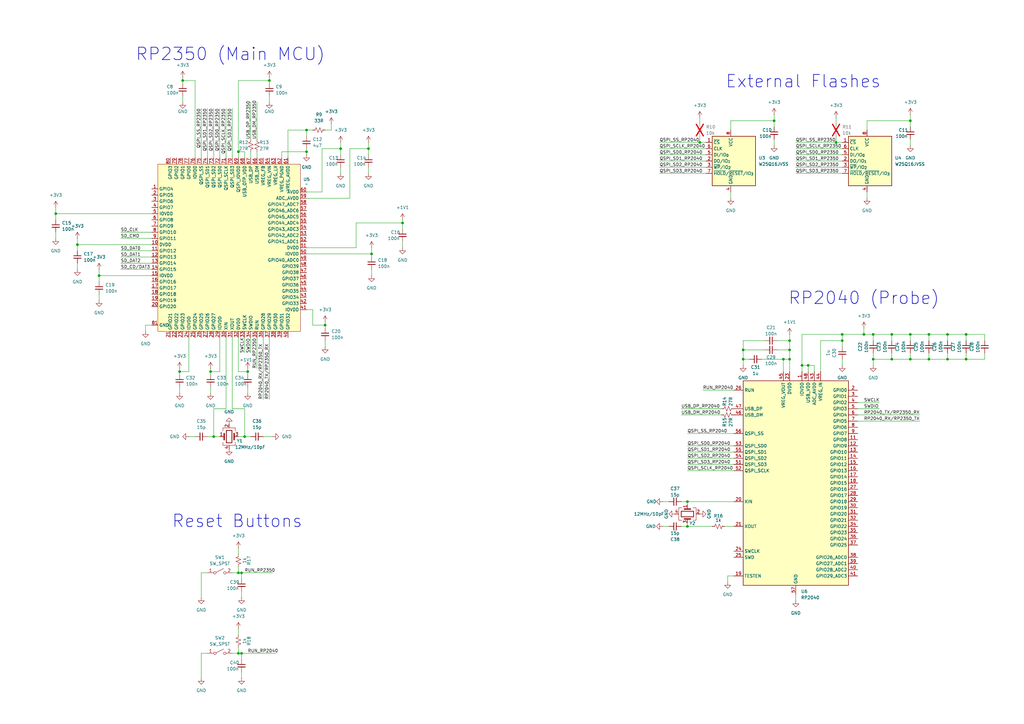
<source format=kicad_sch>
(kicad_sch (version 20250114) (generator "eeschema") (generator_version "9.0")
  (paper "A3")
  (text "External Flashes\n" (at 329.438 33.528 0) (effects (font (size 5.08 5.08) (thickness 0.254) (bold yes))))
  (text "RP2040 (Probe)\n\n" (at 354.33 126.492 0) (effects (font (size 5.08 5.08) (thickness 0.254) (bold yes))))
  (text "Reset Buttons\n" (at 97.282 213.868 0) (effects (font (size 5.08 5.08) (thickness 0.254) (bold yes))))
  (text "RP2350 (Main MCU)" (at 94.488 22.352 0) (effects (font (size 5.08 5.08) (thickness 0.254) (bold yes))))
  (junction (at 101.6 152.4))
  (junction (at 99.06 267.97))
  (junction (at 373.38 49.53))
  (junction (at 317.5 49.53))
  (junction (at 381 137.16))
  (junction (at 321.31 147.32))
  (junction (at 304.8 143.51))
  (junction (at 388.62 137.16))
  (junction (at 373.38 147.32))
  (junction (at 281.94 205.74))
  (junction (at 74.93 33.02))
  (junction (at 165.1 91.44))
  (junction (at 358.14 147.32))
  (junction (at 152.4 104.14))
  (junction (at 110.49 33.02))
  (junction (at 381 147.32))
  (junction (at 365.76 137.16))
  (junction (at 125.73 62.23))
  (junction (at 100.33 179.07))
  (junction (at 365.76 147.32))
  (junction (at 345.44 139.7))
  (junction (at 304.8 147.32))
  (junction (at 139.7 60.96))
  (junction (at 388.62 147.32))
  (junction (at 287.02 58.42))
  (junction (at 97.79 234.95))
  (junction (at 99.06 234.95))
  (junction (at 87.63 179.07))
  (junction (at 342.9 58.42))
  (junction (at 151.13 60.96))
  (junction (at 86.36 152.4))
  (junction (at 345.44 137.16))
  (junction (at 328.93 149.86))
  (junction (at 125.73 53.34))
  (junction (at 396.24 137.16))
  (junction (at 40.64 113.03))
  (junction (at 22.86 87.63))
  (junction (at 323.85 147.32))
  (junction (at 97.79 267.97))
  (junction (at 323.85 139.7))
  (junction (at 323.85 143.51))
  (junction (at 354.33 137.16))
  (junction (at 97.79 62.23))
  (junction (at 31.75 100.33))
  (junction (at 358.14 137.16))
  (junction (at 133.35 133.35))
  (junction (at 331.47 149.86))
  (junction (at 73.66 152.4))
  (junction (at 373.38 137.16))
  (junction (at 281.94 215.9))
  (junction (at 396.24 147.32))
  (wire (pts (xy 99.06 242.57) (xy 99.06 245.11)))
  (wire (pts (xy 128.27 127) (xy 125.73 127)))
  (wire (pts (xy 82.55 267.97) (xy 85.09 267.97)))
  (wire (pts (xy 133.35 139.7) (xy 133.35 142.24)))
  (wire (pts (xy 128.27 133.35) (xy 133.35 133.35)))
  (wire (pts (xy 132.08 60.96) (xy 132.08 78.74)))
  (wire (pts (xy 326.39 68.58) (xy 345.44 68.58)))
  (wire (pts (xy 345.44 139.7) (xy 345.44 142.24)))
  (wire (pts (xy 326.39 58.42) (xy 342.9 58.42)))
  (wire (pts (xy 118.11 53.34) (xy 125.73 53.34)))
  (wire (pts (xy 326.39 66.04) (xy 345.44 66.04)))
  (wire (pts (xy 345.44 137.16) (xy 345.44 139.7)))
  (wire (pts (xy 351.79 170.18) (xy 377.19 170.18)))
  (wire (pts (xy 323.85 137.16) (xy 323.85 139.7)))
  (wire (pts (xy 381 144.78) (xy 381 147.32)))
  (wire (pts (xy 328.93 152.4) (xy 328.93 149.86)))
  (wire (pts (xy 403.86 147.32) (xy 396.24 147.32)))
  (wire (pts (xy 281.94 214.63) (xy 281.94 215.9)))
  (wire (pts (xy 345.44 147.32) (xy 345.44 149.86)))
  (wire (pts (xy 403.86 137.16) (xy 396.24 137.16)))
  (wire (pts (xy 125.73 53.34) (xy 128.27 53.34)))
  (wire (pts (xy 321.31 147.32) (xy 323.85 147.32)))
  (wire (pts (xy 100.33 62.23) (xy 97.79 62.23)))
  (wire (pts (xy 115.57 62.23) (xy 125.73 62.23)))
  (wire (pts (xy 304.8 147.32) (xy 304.8 143.51)))
  (wire (pts (xy 99.06 234.95) (xy 99.06 237.49)))
  (wire (pts (xy 165.1 90.17) (xy 165.1 91.44)))
  (wire (pts (xy 132.08 60.96) (xy 139.7 60.96)))
  (wire (pts (xy 326.39 243.84) (xy 326.39 246.38)))
  (wire (pts (xy 97.79 267.97) (xy 99.06 267.97)))
  (wire (pts (xy 97.79 179.07) (xy 100.33 179.07)))
  (wire (pts (xy 135.89 53.34) (xy 135.89 50.8)))
  (wire (pts (xy 31.75 107.95) (xy 31.75 110.49)))
  (wire (pts (xy 396.24 137.16) (xy 388.62 137.16)))
  (wire (pts (xy 110.49 138.43) (xy 110.49 163.83)))
  (wire (pts (xy 298.45 236.22) (xy 300.99 236.22)))
  (wire (pts (xy 328.93 137.16) (xy 345.44 137.16)))
  (wire (pts (xy 326.39 71.12) (xy 345.44 71.12)))
  (wire (pts (xy 403.86 144.78) (xy 403.86 147.32)))
  (wire (pts (xy 82.55 267.97) (xy 82.55 278.13)))
  (wire (pts (xy 97.79 152.4) (xy 101.6 152.4)))
  (wire (pts (xy 373.38 46.99) (xy 373.38 49.53)))
  (wire (pts (xy 274.32 215.9) (xy 271.78 215.9)))
  (wire (pts (xy 99.06 267.97) (xy 113.03 267.97)))
  (wire (pts (xy 139.7 58.42) (xy 139.7 60.96)))
  (wire (pts (xy 373.38 137.16) (xy 373.38 139.7)))
  (wire (pts (xy 299.72 78.74) (xy 299.72 81.28)))
  (wire (pts (xy 97.79 62.23) (xy 97.79 64.77)))
  (wire (pts (xy 365.76 147.32) (xy 358.14 147.32)))
  (wire (pts (xy 328.93 149.86) (xy 328.93 137.16)))
  (wire (pts (xy 373.38 147.32) (xy 365.76 147.32)))
  (wire (pts (xy 152.4 101.6) (xy 152.4 104.14)))
  (wire (pts (xy 110.49 33.02) (xy 110.49 34.29)))
  (wire (pts (xy 100.33 167.64) (xy 95.25 167.64)))
  (wire (pts (xy 101.6 151.13) (xy 101.6 152.4)))
  (wire (pts (xy 323.85 139.7) (xy 323.85 143.51)))
  (wire (pts (xy 388.62 147.32) (xy 381 147.32)))
  (wire (pts (xy 351.79 165.1) (xy 360.68 165.1)))
  (wire (pts (xy 95.25 267.97) (xy 97.79 267.97)))
  (wire (pts (xy 274.32 205.74) (xy 271.78 205.74)))
  (wire (pts (xy 97.79 138.43) (xy 97.79 152.4)))
  (wire (pts (xy 270.51 68.58) (xy 289.56 68.58)))
  (wire (pts (xy 86.36 152.4) (xy 90.17 152.4)))
  (wire (pts (xy 100.33 64.77) (xy 100.33 62.23)))
  (wire (pts (xy 87.63 167.64) (xy 87.63 179.07)))
  (wire (pts (xy 146.05 101.6) (xy 125.73 101.6)))
  (wire (pts (xy 326.39 60.96) (xy 345.44 60.96)))
  (wire (pts (xy 331.47 152.4) (xy 331.47 149.86)))
  (wire (pts (xy 105.41 41.91) (xy 105.41 57.15)))
  (wire (pts (xy 321.31 152.4) (xy 321.31 147.32)))
  (wire (pts (xy 80.01 179.07) (xy 77.47 179.07)))
  (wire (pts (xy 281.94 215.9) (xy 279.4 215.9)))
  (wire (pts (xy 125.73 104.14) (xy 152.4 104.14)))
  (wire (pts (xy 358.14 147.32) (xy 358.14 149.86)))
  (wire (pts (xy 152.4 110.49) (xy 152.4 113.03)))
  (wire (pts (xy 334.01 149.86) (xy 331.47 149.86)))
  (wire (pts (xy 133.35 53.34) (xy 135.89 53.34)))
  (wire (pts (xy 365.76 137.16) (xy 365.76 139.7)))
  (wire (pts (xy 270.51 58.42) (xy 287.02 58.42)))
  (wire (pts (xy 270.51 63.5) (xy 289.56 63.5)))
  (wire (pts (xy 287.02 55.88) (xy 287.02 58.42)))
  (wire (pts (xy 381 139.7) (xy 381 137.16)))
  (wire (pts (xy 396.24 139.7) (xy 396.24 137.16)))
  (wire (pts (xy 146.05 91.44) (xy 165.1 91.44)))
  (wire (pts (xy 100.33 179.07) (xy 102.87 179.07)))
  (wire (pts (xy 102.87 138.43) (xy 102.87 144.78)))
  (wire (pts (xy 99.06 234.95) (xy 111.76 234.95)))
  (wire (pts (xy 97.79 33.02) (xy 110.49 33.02)))
  (wire (pts (xy 110.49 39.37) (xy 110.49 41.91)))
  (wire (pts (xy 125.73 60.96) (xy 125.73 62.23)))
  (wire (pts (xy 297.18 215.9) (xy 300.99 215.9)))
  (wire (pts (xy 100.33 138.43) (xy 100.33 144.78)))
  (wire (pts (xy 92.71 138.43) (xy 92.71 167.64)))
  (wire (pts (xy 102.87 62.23) (xy 102.87 64.77)))
  (wire (pts (xy 49.53 110.49) (xy 62.23 110.49)))
  (wire (pts (xy 85.09 44.45) (xy 85.09 64.77)))
  (wire (pts (xy 355.6 49.53) (xy 373.38 49.53)))
  (wire (pts (xy 133.35 132.08) (xy 133.35 133.35)))
  (wire (pts (xy 133.35 133.35) (xy 133.35 134.62)))
  (wire (pts (xy 317.5 57.15) (xy 317.5 59.69)))
  (wire (pts (xy 270.51 71.12) (xy 289.56 71.12)))
  (wire (pts (xy 87.63 179.07) (xy 90.17 179.07)))
  (wire (pts (xy 40.64 110.49) (xy 40.64 113.03)))
  (wire (pts (xy 270.51 66.04) (xy 289.56 66.04)))
  (wire (pts (xy 97.79 224.79) (xy 97.79 227.33)))
  (wire (pts (xy 118.11 64.77) (xy 118.11 53.34)))
  (wire (pts (xy 87.63 44.45) (xy 87.63 64.77)))
  (wire (pts (xy 86.36 158.75) (xy 86.36 161.29)))
  (wire (pts (xy 74.93 39.37) (xy 74.93 41.91)))
  (wire (pts (xy 281.94 205.74) (xy 281.94 207.01)))
  (wire (pts (xy 342.9 48.26) (xy 342.9 50.8)))
  (wire (pts (xy 95.25 234.95) (xy 97.79 234.95)))
  (wire (pts (xy 304.8 147.32) (xy 304.8 149.86)))
  (wire (pts (xy 152.4 104.14) (xy 152.4 105.41)))
  (wire (pts (xy 270.51 60.96) (xy 289.56 60.96)))
  (wire (pts (xy 279.4 167.64) (xy 295.91 167.64)))
  (wire (pts (xy 59.69 135.89) (xy 59.69 133.35)))
  (wire (pts (xy 281.94 193.04) (xy 300.99 193.04)))
  (wire (pts (xy 125.73 78.74) (xy 132.08 78.74)))
  (wire (pts (xy 128.27 127) (xy 128.27 133.35)))
  (wire (pts (xy 97.79 265.43) (xy 97.79 267.97)))
  (wire (pts (xy 86.36 151.13) (xy 86.36 152.4)))
  (wire (pts (xy 139.7 60.96) (xy 139.7 63.5)))
  (wire (pts (xy 97.79 234.95) (xy 99.06 234.95)))
  (wire (pts (xy 97.79 232.41) (xy 97.79 234.95)))
  (wire (pts (xy 165.1 91.44) (xy 165.1 93.98)))
  (wire (pts (xy 281.94 187.96) (xy 300.99 187.96)))
  (wire (pts (xy 151.13 58.42) (xy 151.13 60.96)))
  (wire (pts (xy 355.6 53.34) (xy 355.6 49.53)))
  (wire (pts (xy 49.53 107.95) (xy 62.23 107.95)))
  (wire (pts (xy 125.73 81.28) (xy 143.51 81.28)))
  (wire (pts (xy 110.49 31.75) (xy 110.49 33.02)))
  (wire (pts (xy 165.1 99.06) (xy 165.1 101.6)))
  (wire (pts (xy 281.94 182.88) (xy 300.99 182.88)))
  (wire (pts (xy 101.6 152.4) (xy 101.6 153.67)))
  (wire (pts (xy 31.75 100.33) (xy 62.23 100.33)))
  (wire (pts (xy 97.79 257.81) (xy 97.79 260.35)))
  (wire (pts (xy 31.75 100.33) (xy 31.75 102.87)))
  (wire (pts (xy 82.55 44.45) (xy 82.55 64.77)))
  (wire (pts (xy 336.55 139.7) (xy 345.44 139.7)))
  (wire (pts (xy 139.7 68.58) (xy 139.7 71.12)))
  (wire (pts (xy 318.77 139.7) (xy 323.85 139.7)))
  (wire (pts (xy 73.66 151.13) (xy 73.66 152.4)))
  (wire (pts (xy 82.55 234.95) (xy 82.55 245.11)))
  (wire (pts (xy 40.64 120.65) (xy 40.64 123.19)))
  (wire (pts (xy 99.06 267.97) (xy 99.06 270.51)))
  (wire (pts (xy 22.86 95.25) (xy 22.86 97.79)))
  (wire (pts (xy 358.14 144.78) (xy 358.14 147.32)))
  (wire (pts (xy 304.8 143.51) (xy 313.69 143.51)))
  (wire (pts (xy 80.01 33.02) (xy 80.01 64.77)))
  (wire (pts (xy 40.64 115.57) (xy 40.64 113.03)))
  (wire (pts (xy 95.25 44.45) (xy 95.25 64.77)))
  (wire (pts (xy 87.63 179.07) (xy 85.09 179.07)))
  (wire (pts (xy 77.47 138.43) (xy 77.47 152.4)))
  (wire (pts (xy 74.93 31.75) (xy 74.93 33.02)))
  (wire (pts (xy 99.06 275.59) (xy 99.06 278.13)))
  (wire (pts (xy 304.8 147.32) (xy 307.34 147.32)))
  (wire (pts (xy 388.62 139.7) (xy 388.62 137.16)))
  (wire (pts (xy 358.14 139.7) (xy 358.14 137.16)))
  (wire (pts (xy 49.53 102.87) (xy 62.23 102.87)))
  (wire (pts (xy 85.09 234.95) (xy 82.55 234.95)))
  (wire (pts (xy 281.94 177.8) (xy 300.99 177.8)))
  (wire (pts (xy 342.9 58.42) (xy 345.44 58.42)))
  (wire (pts (xy 90.17 138.43) (xy 90.17 152.4)))
  (wire (pts (xy 281.94 205.74) (xy 279.4 205.74)))
  (wire (pts (xy 151.13 68.58) (xy 151.13 71.12)))
  (wire (pts (xy 74.93 33.02) (xy 74.93 34.29)))
  (wire (pts (xy 298.45 236.22) (xy 298.45 238.76)))
  (wire (pts (xy 354.33 137.16) (xy 358.14 137.16)))
  (wire (pts (xy 336.55 152.4) (xy 336.55 139.7)))
  (wire (pts (xy 388.62 144.78) (xy 388.62 147.32)))
  (wire (pts (xy 73.66 158.75) (xy 73.66 161.29)))
  (wire (pts (xy 105.41 62.23) (xy 105.41 64.77)))
  (wire (pts (xy 107.95 179.07) (xy 111.76 179.07)))
  (wire (pts (xy 299.72 49.53) (xy 317.5 49.53)))
  (wire (pts (xy 143.51 60.96) (xy 151.13 60.96)))
  (wire (pts (xy 304.8 139.7) (xy 304.8 143.51)))
  (wire (pts (xy 22.86 85.09) (xy 22.86 87.63)))
  (wire (pts (xy 49.53 95.25) (xy 62.23 95.25)))
  (wire (pts (xy 313.69 139.7) (xy 304.8 139.7)))
  (wire (pts (xy 95.25 167.64) (xy 95.25 138.43)))
  (wire (pts (xy 328.93 149.86) (xy 331.47 149.86)))
  (wire (pts (xy 317.5 46.99) (xy 317.5 49.53)))
  (wire (pts (xy 73.66 153.67) (xy 73.66 152.4)))
  (wire (pts (xy 326.39 63.5) (xy 345.44 63.5)))
  (wire (pts (xy 125.73 62.23) (xy 125.73 63.5)))
  (wire (pts (xy 49.53 105.41) (xy 62.23 105.41)))
  (wire (pts (xy 40.64 113.03) (xy 62.23 113.03)))
  (wire (pts (xy 317.5 49.53) (xy 317.5 52.07)))
  (wire (pts (xy 105.41 138.43) (xy 105.41 151.13)))
  (wire (pts (xy 318.77 143.51) (xy 323.85 143.51)))
  (wire (pts (xy 281.94 215.9) (xy 292.1 215.9)))
  (wire (pts (xy 100.33 179.07) (xy 100.33 167.64)))
  (wire (pts (xy 358.14 137.16) (xy 365.76 137.16)))
  (wire (pts (xy 92.71 44.45) (xy 92.71 64.77)))
  (wire (pts (xy 354.33 134.62) (xy 354.33 137.16)))
  (wire (pts (xy 92.71 167.64) (xy 87.63 167.64)))
  (wire (pts (xy 107.95 138.43) (xy 107.95 163.83)))
  (wire (pts (xy 365.76 137.16) (xy 373.38 137.16)))
  (wire (pts (xy 351.79 172.72) (xy 377.19 172.72)))
  (wire (pts (xy 403.86 139.7) (xy 403.86 137.16)))
  (wire (pts (xy 334.01 152.4) (xy 334.01 149.86)))
  (wire (pts (xy 396.24 144.78) (xy 396.24 147.32)))
  (wire (pts (xy 146.05 91.44) (xy 146.05 101.6)))
  (wire (pts (xy 73.66 152.4) (xy 77.47 152.4)))
  (wire (pts (xy 102.87 41.91) (xy 102.87 57.15)))
  (wire (pts (xy 373.38 49.53) (xy 373.38 52.07)))
  (wire (pts (xy 345.44 137.16) (xy 354.33 137.16)))
  (wire (pts (xy 388.62 137.16) (xy 381 137.16)))
  (wire (pts (xy 288.29 160.02) (xy 300.99 160.02)))
  (wire (pts (xy 97.79 62.23) (xy 97.79 33.02)))
  (wire (pts (xy 279.4 170.18) (xy 295.91 170.18)))
  (wire (pts (xy 125.73 55.88) (xy 125.73 53.34)))
  (wire (pts (xy 342.9 55.88) (xy 342.9 58.42)))
  (wire (pts (xy 143.51 81.28) (xy 143.51 60.96)))
  (wire (pts (xy 381 147.32) (xy 373.38 147.32)))
  (wire (pts (xy 381 137.16) (xy 373.38 137.16)))
  (wire (pts (xy 351.79 167.64) (xy 360.68 167.64)))
  (wire (pts (xy 299.72 53.34) (xy 299.72 49.53)))
  (wire (pts (xy 373.38 144.78) (xy 373.38 147.32)))
  (wire (pts (xy 31.75 97.79) (xy 31.75 100.33)))
  (wire (pts (xy 281.94 190.5) (xy 300.99 190.5)))
  (wire (pts (xy 86.36 152.4) (xy 86.36 153.67)))
  (wire (pts (xy 22.86 87.63) (xy 62.23 87.63)))
  (wire (pts (xy 22.86 87.63) (xy 22.86 90.17)))
  (wire (pts (xy 355.6 78.74) (xy 355.6 81.28)))
  (wire (pts (xy 281.94 185.42) (xy 300.99 185.42)))
  (wire (pts (xy 59.69 133.35) (xy 62.23 133.35)))
  (wire (pts (xy 312.42 147.32) (xy 321.31 147.32)))
  (wire (pts (xy 323.85 152.4) (xy 323.85 147.32)))
  (wire (pts (xy 323.85 147.32) (xy 323.85 143.51)))
  (wire (pts (xy 287.02 58.42) (xy 289.56 58.42)))
  (wire (pts (xy 373.38 57.15) (xy 373.38 59.69)))
  (wire (pts (xy 74.93 33.02) (xy 80.01 33.02)))
  (wire (pts (xy 101.6 158.75) (xy 101.6 161.29)))
  (wire (pts (xy 396.24 147.32) (xy 388.62 147.32)))
  (wire (pts (xy 281.94 205.74) (xy 300.99 205.74)))
  (wire (pts (xy 151.13 60.96) (xy 151.13 63.5)))
  (wire (pts (xy 365.76 144.78) (xy 365.76 147.32)))
  (wire (pts (xy 49.53 97.79) (xy 62.23 97.79)))
  (wire (pts (xy 287.02 48.26) (xy 287.02 50.8)))
  (wire (pts (xy 115.57 64.77) (xy 115.57 62.23)))
  (wire (pts (xy 90.17 44.45) (xy 90.17 64.77)))
  (label "RP2040_TX{slash}RP2350_RX" (at 354.33 170.18 0))
  (label "SD_CMD" (at 49.53 97.79 0))
  (label "QSPI_SD3_RP2040" (at 281.94 190.5 0))
  (label "RUN_RP2040" (at 101.6 267.97 0))
  (label "SD_DAT1" (at 49.53 105.41 0))
  (label "QSPI_SCLK_RP2350" (at 326.39 60.96 0))
  (label "QSPI_SD2_RP2350" (at 326.39 68.58 0))
  (label "QSPI_SD3_RP2350" (at 95.25 44.45 270))
  (label "QSPI_SD1_RP2040" (at 270.51 66.04 0))
  (label "RP2040_RX{slash}RP2350_TX" (at 107.95 163.83 90))
  (label "QSPI_SD2_RP2040" (at 270.51 68.58 0))
  (label "QSPI_SCLK_RP2350" (at 92.71 44.45 270))
  (label "RUN_RP2350" (at 100.33 234.95 0))
  (label "SD_DAT0" (at 49.53 102.87 0))
  (label "QSPI_SD3_RP2040" (at 270.51 71.12 0))
  (label "RUN_RP2350" (at 105.41 151.13 90))
  (label "QSPI_SD1_RP2350" (at 85.09 44.45 270))
  (label "QSPI_SD1_RP2040" (at 281.94 185.42 0))
  (label "QSPI_SS_RP2040" (at 281.94 177.8 0))
  (label "SWDIO" (at 102.87 144.78 90))
  (label "USB_DM_RP2350" (at 105.41 57.15 90))
  (label "QSPI_SD0_RP2350" (at 326.39 63.5 0))
  (label "RP2040_RX{slash}RP2350_TX" (at 354.33 172.72 0))
  (label "RP2040_TX{slash}RP2350_RX" (at 110.49 163.83 90))
  (label "QSPI_SS_RP2350" (at 82.55 44.45 270))
  (label "RUN_RP2040" (at 288.29 160.02 0))
  (label "QSPI_SS_RP2350" (at 326.39 58.42 0))
  (label "SWDIO" (at 354.33 167.64 0))
  (label "SWCLK" (at 100.33 144.78 90))
  (label "USB_DM_RP2040" (at 279.4193 170.18 0))
  (label "QSPI_SCLK_RP2040" (at 281.94 193.04 0))
  (label "SD_DAT2" (at 49.53 107.95 0))
  (label "QSPI_SD0_RP2350" (at 90.17 44.45 270))
  (label "USB_DP_RP2040" (at 279.4 167.64 0))
  (label "SD_CLK" (at 49.53 95.25 0))
  (label "USB_DP_RP2350" (at 102.87 57.15 90))
  (label "SWCLK" (at 354.33 165.1 0))
  (label "QSPI_SD1_RP2350" (at 326.39 66.04 0))
  (label "QSPI_SD0_RP2040" (at 281.94 182.88 0))
  (label "QSPI_SD2_RP2040" (at 281.94 187.96 0))
  (label "QSPI_SD0_RP2040" (at 270.51 63.5 0))
  (label "QSPI_SD2_RP2350" (at 87.63 44.45 270))
  (label "QSPI_SS_RP2040" (at 270.51 58.42 0))
  (label "QSPI_SD3_RP2350" (at 326.39 71.12 0))
  (label "QSPI_SCLK_RP2040" (at 270.51 60.96 0))
  (label "SD_CD{slash}DAT3" (at 49.53 110.49 0))
  (symbol (lib_id "Device:C_Small") (at 358.14 142.24 0) (unit 1)
    (property "Reference" "C22" (at 352.806 142.24 90))
    (property "Value" "100n" (at 355.346 142.24 90))
    (property "Footprint" "Capacitor_SMD:C_0402_1005Metric" (effects (hide yes)))
    (property "Datasheet" "https://www.digikey.com.br/en/products/detail/samsung-electro-mechanics/CL05B104KA5NNNC/5961204" (effects (hide yes)))
    (property "Description" "Unpolarized capacitor, small symbol" (effects (hide yes)))
    (property "MPN" "CL05B104KA5NNNC" (effects (hide yes)))
  )
  (symbol (lib_id "Device:C_Small") (at 110.49 36.83 0) (unit 1)
    (property "Reference" "C9" (at 113.03 35.5662 0) (effects (justify left)))
    (property "Value" "100n" (at 113.03 38.1062 0) (effects (justify left)))
    (property "Footprint" "Capacitor_SMD:C_0402_1005Metric" (effects (hide yes)))
    (property "Datasheet" "https://www.digikey.com.br/en/products/detail/samsung-electro-mechanics/CL05B104KA5NNNC/5961204" (effects (hide yes)))
    (property "Description" "Unpolarized capacitor, small symbol" (effects (hide yes)))
    (property "MPN" "CL05B104KA5NNNC" (effects (hide yes)))
  )
  (symbol (lib_id "microcontroller:RP2350B") (at 93.98 101.6 0) (unit 1)
    (property "Reference" "U5" (at 125.73 73.5898 0))
    (property "Value" "~" (at 125.73 75.4949 0))
    (property "MPN" "SC1510" (effects (hide yes)))
  )
  (symbol (lib_id "power:+3V3") (at 323.85 137.16 0) (unit 1)
    (property "Reference" "#PWR060" (effects (hide yes)))
    (property "Value" "+1V1" (at 323.85 132.08 0))
    (property "Description" "Power symbol creates a global label with name \"+3V3\"" (effects (hide yes)))
  )
  (symbol (lib_id "Device:C_Small") (at 381 142.24 0) (unit 1)
    (property "Reference" "C25" (at 375.666 142.24 90))
    (property "Value" "100n" (at 378.206 142.24 90))
    (property "Footprint" "Capacitor_SMD:C_0402_1005Metric" (effects (hide yes)))
    (property "Datasheet" "https://www.digikey.com.br/en/products/detail/samsung-electro-mechanics/CL05B104KA5NNNC/5961204" (effects (hide yes)))
    (property "Description" "Unpolarized capacitor, small symbol" (effects (hide yes)))
    (property "MPN" "CL05B104KA5NNNC" (effects (hide yes)))
  )
  (symbol (lib_id "Switch:SW_SPST") (at 90.17 267.97 0) (unit 1)
    (property "Reference" "SW2" (at 90.17 261.62 0))
    (property "Value" "SW_SPST" (at 90.17 264.16 0))
    (property "Datasheet" "https://www.digikey.com.br/en/products/detail/c-k/PTS636SM43SMTR-LFS/10071723?s=N4IgTCBcDaIAoBUDKA2AzCpBZALG7CASgAQAyAYkiALoC%2BQA" (effects (hide yes)))
    (property "Description" "Single Pole Single Throw (SPST) switch" (effects (hide yes)))
    (property "MPN" "PTS636SM43SMTR LFS" (effects (hide yes)))
  )
  (symbol (lib_id "Device:C_Small") (at 151.13 66.04 0) (unit 1)
    (property "Reference" "C14" (at 146.304 64.77 0) (effects (justify left)))
    (property "Value" "100n" (at 145.034 67.31 0) (effects (justify left)))
    (property "Footprint" "Capacitor_SMD:C_0402_1005Metric" (effects (hide yes)))
    (property "Datasheet" "https://www.digikey.com.br/en/products/detail/samsung-electro-mechanics/CL05B104KA5NNNC/5961204" (effects (hide yes)))
    (property "Description" "Unpolarized capacitor, small symbol" (effects (hide yes)))
    (property "MPN" "CL05B104KA5NNNC" (effects (hide yes)))
  )
  (symbol (lib_id "power:+3V3") (at 133.35 132.08 0) (unit 1)
    (property "Reference" "#PWR057" (effects (hide yes)))
    (property "Value" "+3V3" (at 133.35 127 0))
    (property "Description" "Power symbol creates a global label with name \"+3V3\"" (effects (hide yes)))
  )
  (symbol (lib_id "power:GND") (at 276.86 210.82 270) (unit 1)
    (property "Reference" "#PWR076" (effects (hide yes)))
    (property "Value" "GND" (at 273.304 210.82 0))
    (property "Description" "Power symbol creates a global label with name \"GND\" , ground" (effects (hide yes)))
  )
  (symbol (lib_id "power:GND") (at 82.55 278.13 0) (unit 1)
    (property "Reference" "#PWR085" (effects (hide yes)))
    (property "Value" "GND" (at 82.55 283.21 0))
    (property "Description" "Power symbol creates a global label with name \"GND\" , ground" (effects (hide yes)))
  )
  (symbol (lib_id "Device:C_Small") (at 101.6 156.21 0) (unit 1)
    (property "Reference" "C34" (at 96.266 154.94 0) (effects (justify left)))
    (property "Value" "100n" (at 96.266 157.48 0) (effects (justify left)))
    (property "Footprint" "Capacitor_SMD:C_0402_1005Metric" (effects (hide yes)))
    (property "Datasheet" "https://www.digikey.com.br/en/products/detail/samsung-electro-mechanics/CL05B104KA5NNNC/5961204" (effects (hide yes)))
    (property "Description" "Unpolarized capacitor, small symbol" (effects (hide yes)))
    (property "MPN" "CL05B104KA5NNNC" (effects (hide yes)))
  )
  (symbol (lib_id "power:GND") (at 304.8 149.86 0) (unit 1)
    (property "Reference" "#PWR062" (effects (hide yes)))
    (property "Value" "GND" (at 304.8 154.94 0))
    (property "Description" "Power symbol creates a global label with name \"GND\" , ground" (effects (hide yes)))
  )
  (symbol (lib_id "Device:R_Small_US") (at 97.79 262.89 0) (mirror x) (unit 1)
    (property "Reference" "R18" (at 102.108 262.89 90))
    (property "Value" "1k" (at 100.33 262.89 90))
    (property "Footprint" "Resistor_SMD:R_0402_1005Metric" (effects (hide yes)))
    (property "Datasheet" "https://www.digikey.com.br/en/products/detail/yageo/RC0402JR-071KL/726408" (effects (hide yes)))
    (property "Description" "Resistor, small US symbol" (effects (hide yes)))
    (property "MPN" "RC0402JR-071KL" (effects (hide yes)))
  )
  (symbol (lib_id "power:GND") (at 93.98 173.99 180) (unit 1)
    (property "Reference" "#PWR071" (effects (hide yes)))
    (property "Value" "GND" (at 93.98 168.91 0))
    (property "Description" "Power symbol creates a global label with name \"GND\" , ground" (effects (hide yes)))
  )
  (symbol (lib_id "power:+3V3") (at 74.93 31.75 0) (unit 1)
    (property "Reference" "#PWR029" (effects (hide yes)))
    (property "Value" "+3V3" (at 74.93 26.67 0))
    (property "Description" "Power symbol creates a global label with name \"+3V3\"" (effects (hide yes)))
  )
  (symbol (lib_id "power:GND") (at 73.66 161.29 0) (unit 1)
    (property "Reference" "#PWR068" (effects (hide yes)))
    (property "Value" "GND" (at 73.66 166.37 0))
    (property "Description" "Power symbol creates a global label with name \"GND\" , ground" (effects (hide yes)))
  )
  (symbol (lib_id "Device:C_Small") (at 152.4 107.95 0) (unit 1)
    (property "Reference" "C18" (at 154.94 106.6862 0) (effects (justify left)))
    (property "Value" "100n" (at 154.94 109.2262 0) (effects (justify left)))
    (property "Footprint" "Capacitor_SMD:C_0402_1005Metric" (effects (hide yes)))
    (property "Datasheet" "https://www.digikey.com.br/en/products/detail/samsung-electro-mechanics/CL05B104KA5NNNC/5961204" (effects (hide yes)))
    (property "Description" "Unpolarized capacitor, small symbol" (effects (hide yes)))
    (property "MPN" "CL05B104KA5NNNC" (effects (hide yes)))
  )
  (symbol (lib_id "power:+3V3") (at 151.13 58.42 0) (unit 1)
    (property "Reference" "#PWR039" (effects (hide yes)))
    (property "Value" "+3V3" (at 151.13 53.34 0))
    (property "Description" "Power symbol creates a global label with name \"+3V3\"" (effects (hide yes)))
  )
  (symbol (lib_id "Device:C_Small") (at 73.66 156.21 0) (unit 1)
    (property "Reference" "C32" (at 76.2 154.9462 0) (effects (justify left)))
    (property "Value" "100n" (at 76.2 157.4862 0) (effects (justify left)))
    (property "Footprint" "Capacitor_SMD:C_0402_1005Metric" (effects (hide yes)))
    (property "Datasheet" "https://www.digikey.com.br/en/products/detail/samsung-electro-mechanics/CL05B104KA5NNNC/5961204" (effects (hide yes)))
    (property "Description" "Unpolarized capacitor, small symbol" (effects (hide yes)))
    (property "MPN" "CL05B104KA5NNNC" (effects (hide yes)))
  )
  (symbol (lib_id "Device:R_Small_US") (at 298.45 167.64 90) (unit 1)
    (property "Reference" "R14" (at 297.18 166.624 0) (effects (justify left)))
    (property "Value" "27R" (at 299.72 166.624 0) (effects (justify left)))
    (property "Footprint" "Resistor_SMD:R_0402_1005Metric" (effects (hide yes)))
    (property "Datasheet" "https://www.digikey.com.br/en/products/detail/yageo/RC0402JR-0727RL/726450" (effects (hide yes)))
    (property "Description" "Resistor, small US symbol" (effects (hide yes)))
  )
  (symbol (lib_id "Device:C_Small") (at 316.23 143.51 270) (unit 1)
    (property "Reference" "C29" (at 316.23 146.558 90))
    (property "Value" "100n" (at 316.23 149.098 90))
    (property "Footprint" "Capacitor_SMD:C_0402_1005Metric" (effects (hide yes)))
    (property "Datasheet" "https://www.digikey.com.br/en/products/detail/samsung-electro-mechanics/CL05B104KA5NNNC/5961204" (effects (hide yes)))
    (property "Description" "Unpolarized capacitor, small symbol" (effects (hide yes)))
    (property "MPN" "CL05B104KA5NNNC" (effects (hide yes)))
  )
  (symbol (lib_id "Device:R_Small_US") (at 105.41 59.69 0) (unit 1)
    (property "Reference" "R13" (at 106.426 58.42 0) (effects (justify left)))
    (property "Value" "27R" (at 106.426 60.96 0) (effects (justify left)))
    (property "Footprint" "Resistor_SMD:R_0402_1005Metric" (effects (hide yes)))
    (property "Datasheet" "https://www.digikey.com.br/en/products/detail/yageo/RC0402JR-0727RL/726450" (effects (hide yes)))
    (property "Description" "Resistor, small US symbol" (effects (hide yes)))
  )
  (symbol (lib_id "power:GND") (at 101.6 161.29 0) (unit 1)
    (property "Reference" "#PWR070" (effects (hide yes)))
    (property "Value" "GND" (at 101.6 166.37 0))
    (property "Description" "Power symbol creates a global label with name \"GND\" , ground" (effects (hide yes)))
  )
  (symbol (lib_id "Device:C_Small") (at 388.62 142.24 0) (unit 1)
    (property "Reference" "C26" (at 383.286 142.24 90))
    (property "Value" "100n" (at 385.826 142.24 90))
    (property "Footprint" "Capacitor_SMD:C_0402_1005Metric" (effects (hide yes)))
    (property "Datasheet" "https://www.digikey.com.br/en/products/detail/samsung-electro-mechanics/CL05B104KA5NNNC/5961204" (effects (hide yes)))
    (property "Description" "Unpolarized capacitor, small symbol" (effects (hide yes)))
    (property "MPN" "CL05B104KA5NNNC" (effects (hide yes)))
  )
  (symbol (lib_id "Device:Crystal_GND24") (at 281.94 210.82 270) (unit 1)
    (property "Reference" "Y2" (at 283.972 214.63 90))
    (property "Value" "12MHz/10pF" (at 266.192 210.82 90))
    (property "Datasheet" "https://www.digikey.com.br/en/products/detail/abracon-llc/ABM8-272-T3/22472366" (effects (hide yes)))
    (property "Description" "Four pin crystal, GND on pins 2 and 4" (effects (hide yes)))
    (property "MPN" "ABM8-272-T3" (effects (hide yes)))
  )
  (symbol (lib_id "Device:C_Small") (at 373.38 142.24 0) (unit 1)
    (property "Reference" "C24" (at 368.046 142.24 90))
    (property "Value" "100n" (at 370.586 142.24 90))
    (property "Footprint" "Capacitor_SMD:C_0402_1005Metric" (effects (hide yes)))
    (property "Datasheet" "https://www.digikey.com.br/en/products/detail/samsung-electro-mechanics/CL05B104KA5NNNC/5961204" (effects (hide yes)))
    (property "Description" "Unpolarized capacitor, small symbol" (effects (hide yes)))
    (property "MPN" "CL05B104KA5NNNC" (effects (hide yes)))
  )
  (symbol (lib_id "Device:C_Small") (at 31.75 105.41 0) (unit 1)
    (property "Reference" "C17" (at 34.29 104.1462 0) (effects (justify left)))
    (property "Value" "100n" (at 34.29 106.6862 0) (effects (justify left)))
    (property "Footprint" "Capacitor_SMD:C_0402_1005Metric" (effects (hide yes)))
    (property "Datasheet" "https://www.digikey.com.br/en/products/detail/samsung-electro-mechanics/CL05B104KA5NNNC/5961204" (effects (hide yes)))
    (property "Description" "Unpolarized capacitor, small symbol" (effects (hide yes)))
    (property "MPN" "CL05B104KA5NNNC" (effects (hide yes)))
  )
  (symbol (lib_id "power:GND") (at 271.78 205.74 270) (mirror x) (unit 1)
    (property "Reference" "#PWR075" (effects (hide yes)))
    (property "Value" "GND" (at 269.24 205.74 90) (effects (justify right)))
    (property "Description" "Power symbol creates a global label with name \"GND\" , ground" (effects (hide yes)))
  )
  (symbol (lib_id "power:GND") (at 125.73 63.5 0) (unit 1)
    (property "Reference" "#PWR042" (effects (hide yes)))
    (property "Value" "GND" (at 125.73 68.58 0))
    (property "Description" "Power symbol creates a global label with name \"GND\" , ground" (effects (hide yes)))
  )
  (symbol (lib_id "Device:C_Small") (at 396.24 142.24 0) (unit 1)
    (property "Reference" "C27" (at 390.906 142.24 90))
    (property "Value" "100n" (at 393.446 142.24 90))
    (property "Footprint" "Capacitor_SMD:C_0402_1005Metric" (effects (hide yes)))
    (property "Datasheet" "https://www.digikey.com.br/en/products/detail/samsung-electro-mechanics/CL05B104KA5NNNC/5961204" (effects (hide yes)))
    (property "Description" "Unpolarized capacitor, small symbol" (effects (hide yes)))
    (property "MPN" "CL05B104KA5NNNC" (effects (hide yes)))
  )
  (symbol (lib_id "power:GND") (at 111.76 179.07 90) (unit 1)
    (property "Reference" "#PWR073" (effects (hide yes)))
    (property "Value" "GND" (at 115.57 179.0699 90) (effects (justify right)))
    (property "Description" "Power symbol creates a global label with name \"GND\" , ground" (effects (hide yes)))
  )
  (symbol (lib_id "Memory_Flash:W25Q16JVSS") (at 355.6 66.04 0) (unit 1)
    (property "Reference" "U4" (at 367.03 64.7699 0) (effects (justify left)))
    (property "Value" "W25Q16JVSS" (at 367.03 67.3099 0) (effects (justify left)))
    (property "Footprint" "Package_SO:SOIC-8_5.3x5.3mm_P1.27mm" (effects (hide yes)))
    (property "Datasheet" "https://www.digikey.com.br/en/products/detail/winbond-electronics/W25Q16JVSSIQ/6193769" (effects (hide yes)))
    (property "Description" "16Mbit / 2MiB Serial Flash Memory, Standard/Dual/Quad SPI, 2.7-3.6V, SOIC-8 (208 mil)" (effects (hide yes)))
    (property "MPN" "W25Q16JVSSIQ" (effects (hide yes)))
  )
  (symbol (lib_id "Device:C_Small") (at 309.88 147.32 90) (unit 1)
    (property "Reference" "C31" (at 309.88 150.622 90))
    (property "Value" "1u" (at 309.88 153.162 90))
    (property "Footprint" "Capacitor_SMD:C_0402_1005Metric" (effects (hide yes)))
    (property "Datasheet" "https://www.digikey.com.br/en/products/detail/samsung-electro-mechanics/CL05A105KO5NNNC/3886725" (effects (hide yes)))
    (property "Description" "Unpolarized capacitor, small symbol" (effects (hide yes)))
    (property "MPN" "CL05A105KO5NNNC" (effects (hide yes)))
  )
  (symbol (lib_id "power:+3V3") (at 110.49 31.75 0) (unit 1)
    (property "Reference" "#PWR030" (effects (hide yes)))
    (property "Value" "+3V3" (at 110.49 26.67 0))
    (property "Description" "Power symbol creates a global label with name \"+3V3\"" (effects (hide yes)))
  )
  (symbol (lib_id "power:GND") (at 40.64 123.19 0) (unit 1)
    (property "Reference" "#PWR056" (effects (hide yes)))
    (property "Value" "GND" (at 40.64 128.27 0))
    (property "Description" "Power symbol creates a global label with name \"GND\" , ground" (effects (hide yes)))
  )
  (symbol (lib_id "power:GND") (at 373.38 59.69 0) (unit 1)
    (property "Reference" "#PWR041" (effects (hide yes)))
    (property "Value" "GND" (at 373.38 64.77 0))
    (property "Description" "Power symbol creates a global label with name \"GND\" , ground" (effects (hide yes)))
  )
  (symbol (lib_id "Device:C_Small") (at 316.23 139.7 270) (unit 1)
    (property "Reference" "C21" (at 316.23 134.366 90))
    (property "Value" "100n" (at 316.23 136.906 90))
    (property "Footprint" "Capacitor_SMD:C_0402_1005Metric" (effects (hide yes)))
    (property "Datasheet" "https://www.digikey.com.br/en/products/detail/samsung-electro-mechanics/CL05B104KA5NNNC/5961204" (effects (hide yes)))
    (property "Description" "Unpolarized capacitor, small symbol" (effects (hide yes)))
    (property "MPN" "CL05B104KA5NNNC" (effects (hide yes)))
  )
  (symbol (lib_id "power:+3V3") (at 73.66 151.13 0) (unit 1)
    (property "Reference" "#PWR065" (effects (hide yes)))
    (property "Value" "+3V3" (at 73.66 146.05 0))
    (property "Description" "Power symbol creates a global label with name \"+3V3\"" (effects (hide yes)))
  )
  (symbol (lib_id "power:+3V3") (at 165.1 90.17 0) (unit 1)
    (property "Reference" "#PWR048" (effects (hide yes)))
    (property "Value" "+1V1" (at 165.1 85.09 0))
    (property "Description" "Power symbol creates a global label with name \"+3V3\"" (effects (hide yes)))
  )
  (symbol (lib_id "Device:C_Small") (at 317.5 54.61 0) (unit 1)
    (property "Reference" "C10" (at 312.674 53.34 0) (effects (justify left)))
    (property "Value" "100n" (at 311.404 55.88 0) (effects (justify left)))
    (property "Footprint" "Capacitor_SMD:C_0402_1005Metric" (effects (hide yes)))
    (property "Datasheet" "https://www.digikey.com.br/en/products/detail/samsung-electro-mechanics/CL05B104KA5NNNC/5961204" (effects (hide yes)))
    (property "Description" "Unpolarized capacitor, small symbol" (effects (hide yes)))
    (property "MPN" "CL05B104KA5NNNC" (effects (hide yes)))
  )
  (symbol (lib_id "power:GND") (at 299.72 81.28 0) (unit 1)
    (property "Reference" "#PWR045" (effects (hide yes)))
    (property "Value" "GND" (at 299.72 86.36 0))
    (property "Description" "Power symbol creates a global label with name \"GND\" , ground" (effects (hide yes)))
  )
  (symbol (lib_id "power:GND") (at 86.36 161.29 0) (unit 1)
    (property "Reference" "#PWR069" (effects (hide yes)))
    (property "Value" "GND" (at 86.36 166.37 0))
    (property "Description" "Power symbol creates a global label with name \"GND\" , ground" (effects (hide yes)))
  )
  (symbol (lib_id "power:GND") (at 99.06 245.11 0) (unit 1)
    (property "Reference" "#PWR082" (effects (hide yes)))
    (property "Value" "GND" (at 99.06 250.19 0))
    (property "Description" "Power symbol creates a global label with name \"GND\" , ground" (effects (hide yes)))
  )
  (symbol (lib_id "power:+3V3") (at 101.6 151.13 0) (unit 1)
    (property "Reference" "#PWR067" (effects (hide yes)))
    (property "Value" "+1V1" (at 100.838 147.574 0))
    (property "Description" "Power symbol creates a global label with name \"+3V3\"" (effects (hide yes)))
  )
  (symbol (lib_id "power:GND") (at 31.75 110.49 0) (unit 1)
    (property "Reference" "#PWR053" (effects (hide yes)))
    (property "Value" "GND" (at 31.75 115.57 0))
    (property "Description" "Power symbol creates a global label with name \"GND\" , ground" (effects (hide yes)))
  )
  (symbol (lib_id "Device:C_Small") (at 276.86 215.9 270) (unit 1)
    (property "Reference" "C38" (at 276.86 221.234 90))
    (property "Value" "15p" (at 276.86 218.694 90))
    (property "Footprint" "Capacitor_SMD:C_0402_1005Metric" (effects (hide yes)))
    (property "Datasheet" "https://www.digikey.com.br/en/products/detail/murata-electronics/GCM1555C1H150JA16D/4903554" (effects (hide yes)))
    (property "Description" "Unpolarized capacitor, small symbol" (effects (hide yes)))
    (property "MPN" "GCM1555C1H150JA16D" (effects (hide yes)))
  )
  (symbol (lib_id "power:GND") (at 355.6 81.28 0) (unit 1)
    (property "Reference" "#PWR046" (effects (hide yes)))
    (property "Value" "GND" (at 355.6 86.36 0))
    (property "Description" "Power symbol creates a global label with name \"GND\" , ground" (effects (hide yes)))
  )
  (symbol (lib_id "power:+3V3") (at 152.4 101.6 0) (unit 1)
    (property "Reference" "#PWR051" (effects (hide yes)))
    (property "Value" "+3V3" (at 152.4 96.52 0))
    (property "Description" "Power symbol creates a global label with name \"+3V3\"" (effects (hide yes)))
  )
  (symbol (lib_id "power:+3V3") (at 317.5 46.99 0) (unit 1)
    (property "Reference" "#PWR033" (effects (hide yes)))
    (property "Value" "+3V3" (at 317.5 41.91 0))
    (property "Description" "Power symbol creates a global label with name \"+3V3\"" (effects (hide yes)))
  )
  (symbol (lib_id "power:+3V3") (at 97.79 257.81 0) (unit 1)
    (property "Reference" "#PWR084" (effects (hide yes)))
    (property "Value" "+3V3" (at 97.79 252.73 0))
    (property "Description" "Power symbol creates a global label with name \"+3V3\"" (effects (hide yes)))
  )
  (symbol (lib_id "Device:C_Small") (at 105.41 179.07 90) (unit 1)
    (property "Reference" "C36" (at 105.4163 172.72 90))
    (property "Value" "15p" (at 105.4163 175.26 90))
    (property "Footprint" "Capacitor_SMD:C_0402_1005Metric" (effects (hide yes)))
    (property "Datasheet" "https://www.digikey.com.br/en/products/detail/murata-electronics/GCM1555C1H150JA16D/4903554" (effects (hide yes)))
    (property "Description" "Unpolarized capacitor, small symbol" (effects (hide yes)))
    (property "MPN" "GCM1555C1H150JA16D" (effects (hide yes)))
  )
  (symbol (lib_id "Switch:SW_SPST") (at 90.17 234.95 0) (unit 1)
    (property "Reference" "SW1" (at 90.17 228.6 0))
    (property "Value" "SW_SPST" (at 90.17 231.14 0))
    (property "Datasheet" "https://www.digikey.com.br/en/products/detail/c-k/PTS636SM43SMTR-LFS/10071723?s=N4IgTCBcDaIAoBUDKA2AzCpBZALG7CASgAQAyAYkiALoC%2BQA" (effects (hide yes)))
    (property "Description" "Single Pole Single Throw (SPST) switch" (effects (hide yes)))
    (property "MPN" "PTS636SM43SMTR LFS" (effects (hide yes)))
  )
  (symbol (lib_id "power:+3V3") (at 354.33 134.62 0) (unit 1)
    (property "Reference" "#PWR058" (effects (hide yes)))
    (property "Value" "+3V3" (at 354.33 129.54 0))
    (property "Description" "Power symbol creates a global label with name \"+3V3\"" (effects (hide yes)))
  )
  (symbol (lib_id "Device:C_Small") (at 139.7 66.04 0) (unit 1)
    (property "Reference" "C13" (at 134.874 64.77 0) (effects (justify left)))
    (property "Value" "100n" (at 133.604 67.31 0) (effects (justify left)))
    (property "Footprint" "Capacitor_SMD:C_0402_1005Metric" (effects (hide yes)))
    (property "Datasheet" "https://www.digikey.com.br/en/products/detail/samsung-electro-mechanics/CL05B104KA5NNNC/5961204" (effects (hide yes)))
    (property "Description" "Unpolarized capacitor, small symbol" (effects (hide yes)))
    (property "MPN" "CL05B104KA5NNNC" (effects (hide yes)))
  )
  (symbol (lib_id "power:GND") (at 271.78 215.9 270) (unit 1)
    (property "Reference" "#PWR078" (effects (hide yes)))
    (property "Value" "GND" (at 268.986 215.9 90) (effects (justify right)))
    (property "Description" "Power symbol creates a global label with name \"GND\" , ground" (effects (hide yes)))
  )
  (symbol (lib_id "MCU_RaspberryPi:RP2040") (at 326.39 198.12 0) (unit 1)
    (property "Reference" "U6" (at 328.5333 242.57 0) (effects (justify left)))
    (property "Value" "RP2040" (at 328.5333 245.11 0) (effects (justify left)))
    (property "Footprint" "Package_DFN_QFN:QFN-56-1EP_7x7mm_P0.4mm_EP3.2x3.2mm" (effects (hide yes)))
    (property "Datasheet" "https://datasheets.raspberrypi.com/rp2040/rp2040-datasheet.pdf" (effects (hide yes)))
    (property "Description" "A microcontroller by Raspberry Pi" (effects (hide yes)))
    (property "MPN" "SC0914(13)" (effects (hide yes)))
  )
  (symbol (lib_id "Device:R_Small_US") (at 298.45 170.18 90) (mirror x) (unit 1)
    (property "Reference" "R15" (at 297.18 171.196 0) (effects (justify left)))
    (property "Value" "27R" (at 299.72 171.196 0) (effects (justify left)))
    (property "Footprint" "Resistor_SMD:R_0402_1005Metric" (effects (hide yes)))
    (property "Datasheet" "https://www.digikey.com.br/en/products/detail/yageo/RC0402JR-0727RL/726450" (effects (hide yes)))
    (property "Description" "Resistor, small US symbol" (effects (hide yes)))
  )
  (symbol (lib_id "Device:C_Small") (at 276.86 205.74 270) (mirror x) (unit 1)
    (property "Reference" "C37" (at 276.86 200.406 90))
    (property "Value" "15p" (at 276.86 202.946 90))
    (property "Footprint" "Capacitor_SMD:C_0402_1005Metric" (effects (hide yes)))
    (property "Datasheet" "https://www.digikey.com.br/en/products/detail/murata-electronics/GCM1555C1H150JA16D/4903554" (effects (hide yes)))
    (property "Description" "Unpolarized capacitor, small symbol" (effects (hide yes)))
    (property "MPN" "GCM1555C1H150JA16D" (effects (hide yes)))
  )
  (symbol (lib_id "Device:R_Small_US") (at 97.79 229.87 0) (mirror x) (unit 1)
    (property "Reference" "R17" (at 102.108 229.87 90))
    (property "Value" "1k" (at 100.33 229.87 90))
    (property "Footprint" "Resistor_SMD:R_0402_1005Metric" (effects (hide yes)))
    (property "Datasheet" "https://www.digikey.com.br/en/products/detail/yageo/RC0402JR-071KL/726408" (effects (hide yes)))
    (property "Description" "Resistor, small US symbol" (effects (hide yes)))
    (property "MPN" "RC0402JR-071KL" (effects (hide yes)))
  )
  (symbol (lib_id "power:GND") (at 22.86 97.79 0) (unit 1)
    (property "Reference" "#PWR049" (effects (hide yes)))
    (property "Value" "GND" (at 22.86 102.87 0))
    (property "Description" "Power symbol creates a global label with name \"GND\" , ground" (effects (hide yes)))
  )
  (symbol (lib_id "power:+3V3") (at 31.75 97.79 0) (unit 1)
    (property "Reference" "#PWR050" (effects (hide yes)))
    (property "Value" "+3V3" (at 31.75 92.71 0))
    (property "Description" "Power symbol creates a global label with name \"+3V3\"" (effects (hide yes)))
  )
  (symbol (lib_id "power:GND") (at 152.4 113.03 0) (unit 1)
    (property "Reference" "#PWR055" (effects (hide yes)))
    (property "Value" "GND" (at 152.4 118.11 0))
    (property "Description" "Power symbol creates a global label with name \"GND\" , ground" (effects (hide yes)))
  )
  (symbol (lib_id "power:GND") (at 165.1 101.6 0) (unit 1)
    (property "Reference" "#PWR052" (effects (hide yes)))
    (property "Value" "GND" (at 165.1 106.68 0))
    (property "Description" "Power symbol creates a global label with name \"GND\" , ground" (effects (hide yes)))
  )
  (symbol (lib_id "power:GND") (at 151.13 71.12 0) (unit 1)
    (property "Reference" "#PWR044" (effects (hide yes)))
    (property "Value" "GND" (at 151.13 76.2 0))
    (property "Description" "Power symbol creates a global label with name \"GND\" , ground" (effects (hide yes)))
  )
  (symbol (lib_id "power:GND") (at 287.02 210.82 90) (unit 1)
    (property "Reference" "#PWR077" (effects (hide yes)))
    (property "Value" "GND" (at 290.83 210.82 0))
    (property "Description" "Power symbol creates a global label with name \"GND\" , ground" (effects (hide yes)))
  )
  (symbol (lib_id "power:GND") (at 74.93 41.91 0) (unit 1)
    (property "Reference" "#PWR031" (effects (hide yes)))
    (property "Value" "GND" (at 74.93 45.72 0))
    (property "Description" "Power symbol creates a global label with name \"GND\" , ground" (effects (hide yes)))
  )
  (symbol (lib_id "Device:C_Small") (at 40.64 118.11 0) (unit 1)
    (property "Reference" "C19" (at 43.18 116.8462 0) (effects (justify left)))
    (property "Value" "100n" (at 43.18 119.3862 0) (effects (justify left)))
    (property "Footprint" "Capacitor_SMD:C_0402_1005Metric" (effects (hide yes)))
    (property "Datasheet" "https://www.digikey.com.br/en/products/detail/samsung-electro-mechanics/CL05B104KA5NNNC/5961204" (effects (hide yes)))
    (property "Description" "Unpolarized capacitor, small symbol" (effects (hide yes)))
    (property "MPN" "CL05B104KA5NNNC" (effects (hide yes)))
  )
  (symbol (lib_id "power:+3V3") (at 287.02 48.26 0) (unit 1)
    (property "Reference" "#PWR035" (effects (hide yes)))
    (property "Value" "+3V3" (at 287.02 43.18 0))
    (property "Description" "Power symbol creates a global label with name \"+3V3\"" (effects (hide yes)))
  )
  (symbol (lib_id "power:GND") (at 93.98 184.15 0) (unit 1)
    (property "Reference" "#PWR074" (effects (hide yes)))
    (property "Value" "GND" (at 93.98 189.23 0))
    (property "Description" "Power symbol creates a global label with name \"GND\" , ground" (effects (hide yes)))
  )
  (symbol (lib_id "power:GND") (at 317.5 59.69 0) (unit 1)
    (property "Reference" "#PWR040" (effects (hide yes)))
    (property "Value" "GND" (at 317.5 64.77 0))
    (property "Description" "Power symbol creates a global label with name \"GND\" , ground" (effects (hide yes)))
  )
  (symbol (lib_id "power:GND") (at 345.44 149.86 0) (unit 1)
    (property "Reference" "#PWR063" (effects (hide yes)))
    (property "Value" "GND" (at 345.44 154.94 0))
    (property "Description" "Power symbol creates a global label with name \"GND\" , ground" (effects (hide yes)))
  )
  (symbol (lib_id "Device:C_Small") (at 165.1 96.52 0) (unit 1)
    (property "Reference" "C16" (at 160.274 95.25 0) (effects (justify left)))
    (property "Value" "100n" (at 159.004 97.79 0) (effects (justify left)))
    (property "Footprint" "Capacitor_SMD:C_0402_1005Metric" (effects (hide yes)))
    (property "Datasheet" "https://www.digikey.com.br/en/products/detail/samsung-electro-mechanics/CL05B104KA5NNNC/5961204" (effects (hide yes)))
    (property "Description" "Unpolarized capacitor, small symbol" (effects (hide yes)))
    (property "MPN" "CL05B104KA5NNNC" (effects (hide yes)))
  )
  (symbol (lib_id "power:GND") (at 139.7 71.12 0) (unit 1)
    (property "Reference" "#PWR043" (effects (hide yes)))
    (property "Value" "GND" (at 139.7 76.2 0))
    (property "Description" "Power symbol creates a global label with name \"GND\" , ground" (effects (hide yes)))
  )
  (symbol (lib_id "Device:R_Small_US") (at 342.9 53.34 0) (unit 1) (dnp yes)
    (property "Reference" "R11" (at 345.44 52.0699 0) (effects (justify left)))
    (property "Value" "10k" (at 345.44 54.6099 0) (effects (justify left)))
    (property "Footprint" "Resistor_SMD:R_0402_1005Metric" (effects (hide yes)))
    (property "Datasheet" "https://www.digikey.com.br/en/products/detail/yageo/RC0402JR-0710KL/726418" (effects (hide yes)))
    (property "Description" "Resistor, small US symbol" (effects (hide yes)))
    (property "MPN" "RC0402JR-0710KL" (effects (hide yes)))
  )
  (symbol (lib_id "power:+3V3") (at 342.9 48.26 0) (unit 1)
    (property "Reference" "#PWR036" (effects (hide yes)))
    (property "Value" "+3V3" (at 342.9 43.18 0))
    (property "Description" "Power symbol creates a global label with name \"+3V3\"" (effects (hide yes)))
  )
  (symbol (lib_id "Device:C_Small") (at 99.06 240.03 0) (unit 1)
    (property "Reference" "C39" (at 94.234 238.76 0) (effects (justify left)))
    (property "Value" "100n" (at 92.964 241.3 0) (effects (justify left)))
    (property "Footprint" "Capacitor_SMD:C_0402_1005Metric" (effects (hide yes)))
    (property "Datasheet" "https://www.digikey.com.br/en/products/detail/samsung-electro-mechanics/CL05B104KA5NNNC/5961204" (effects (hide yes)))
    (property "Description" "Unpolarized capacitor, small symbol" (effects (hide yes)))
    (property "MPN" "CL05B104KA5NNNC" (effects (hide yes)))
  )
  (symbol (lib_id "power:GND") (at 82.55 245.11 0) (unit 1)
    (property "Reference" "#PWR081" (effects (hide yes)))
    (property "Value" "GND" (at 82.55 250.19 0))
    (property "Description" "Power symbol creates a global label with name \"GND\" , ground" (effects (hide yes)))
  )
  (symbol (lib_id "Device:C_Small") (at 403.86 142.24 0) (unit 1)
    (property "Reference" "C28" (at 398.526 142.24 90))
    (property "Value" "100n" (at 401.066 142.24 90))
    (property "Footprint" "Capacitor_SMD:C_0402_1005Metric" (effects (hide yes)))
    (property "Datasheet" "https://www.digikey.com.br/en/products/detail/samsung-electro-mechanics/CL05B104KA5NNNC/5961204" (effects (hide yes)))
    (property "Description" "Unpolarized capacitor, small symbol" (effects (hide yes)))
    (property "MPN" "CL05B104KA5NNNC" (effects (hide yes)))
  )
  (symbol (lib_id "power:+3V3") (at 373.38 46.99 0) (unit 1)
    (property "Reference" "#PWR034" (effects (hide yes)))
    (property "Value" "+3V3" (at 373.38 41.91 0))
    (property "Description" "Power symbol creates a global label with name \"+3V3\"" (effects (hide yes)))
  )
  (symbol (lib_id "Device:C_Small") (at 99.06 273.05 0) (unit 1)
    (property "Reference" "C40" (at 94.234 271.78 0) (effects (justify left)))
    (property "Value" "100n" (at 92.964 274.32 0) (effects (justify left)))
    (property "Footprint" "Capacitor_SMD:C_0402_1005Metric" (effects (hide yes)))
    (property "Datasheet" "https://www.digikey.com.br/en/products/detail/samsung-electro-mechanics/CL05B104KA5NNNC/5961204" (effects (hide yes)))
    (property "Description" "Unpolarized capacitor, small symbol" (effects (hide yes)))
    (property "MPN" "CL05B104KA5NNNC" (effects (hide yes)))
  )
  (symbol (lib_id "Device:C_Small") (at 365.76 142.24 0) (unit 1)
    (property "Reference" "C23" (at 360.426 142.24 90))
    (property "Value" "100n" (at 362.966 142.24 90))
    (property "Footprint" "Capacitor_SMD:C_0402_1005Metric" (effects (hide yes)))
    (property "Datasheet" "https://www.digikey.com.br/en/products/detail/samsung-electro-mechanics/CL05B104KA5NNNC/5961204" (effects (hide yes)))
    (property "Description" "Unpolarized capacitor, small symbol" (effects (hide yes)))
    (property "MPN" "CL05B104KA5NNNC" (effects (hide yes)))
  )
  (symbol (lib_id "power:GND") (at 99.06 278.13 0) (unit 1)
    (property "Reference" "#PWR086" (effects (hide yes)))
    (property "Value" "GND" (at 99.06 283.21 0))
    (property "Description" "Power symbol creates a global label with name \"GND\" , ground" (effects (hide yes)))
  )
  (symbol (lib_id "Device:C_Small") (at 373.38 54.61 0) (unit 1)
    (property "Reference" "C11" (at 368.554 53.34 0) (effects (justify left)))
    (property "Value" "100n" (at 367.284 55.88 0) (effects (justify left)))
    (property "Footprint" "Capacitor_SMD:C_0402_1005Metric" (effects (hide yes)))
    (property "Datasheet" "https://www.digikey.com.br/en/products/detail/samsung-electro-mechanics/CL05B104KA5NNNC/5961204" (effects (hide yes)))
    (property "Description" "Unpolarized capacitor, small symbol" (effects (hide yes)))
    (property "MPN" "CL05B104KA5NNNC" (effects (hide yes)))
  )
  (symbol (lib_id "Device:R_Small_US") (at 294.64 215.9 90) (unit 1)
    (property "Reference" "R16" (at 294.64 211.582 90))
    (property "Value" "1k" (at 294.64 213.36 90))
    (property "Footprint" "Resistor_SMD:R_0402_1005Metric" (effects (hide yes)))
    (property "Datasheet" "https://www.digikey.com.br/en/products/detail/yageo/RC0402JR-071KL/726408" (effects (hide yes)))
    (property "Description" "Resistor, small US symbol" (effects (hide yes)))
    (property "MPN" "RC0402JR-071KL" (effects (hide yes)))
  )
  (symbol (lib_id "power:+3V3") (at 86.36 151.13 0) (unit 1)
    (property "Reference" "#PWR066" (effects (hide yes)))
    (property "Value" "+3V3" (at 86.36 146.05 0))
    (property "Description" "Power symbol creates a global label with name \"+3V3\"" (effects (hide yes)))
  )
  (symbol (lib_id "Memory_Flash:W25Q16JVSS") (at 299.72 66.04 0) (unit 1)
    (property "Reference" "U3" (at 311.15 64.7699 0) (effects (justify left)))
    (property "Value" "W25Q16JVSS" (at 311.15 67.3099 0) (effects (justify left)))
    (property "Footprint" "Package_SO:SOIC-8_5.3x5.3mm_P1.27mm" (effects (hide yes)))
    (property "Datasheet" "https://www.digikey.com.br/en/products/detail/winbond-electronics/W25Q16JVSSIQ/6193769" (effects (hide yes)))
    (property "Description" "16Mbit / 2MiB Serial Flash Memory, Standard/Dual/Quad SPI, 2.7-3.6V, SOIC-8 (208 mil)" (effects (hide yes)))
    (property "MPN" "W25Q16JVSSIQ" (effects (hide yes)))
  )
  (symbol (lib_id "power:GND") (at 59.69 135.89 0) (unit 1)
    (property "Reference" "#PWR059" (effects (hide yes)))
    (property "Value" "GND" (at 59.69 140.97 0))
    (property "Description" "Power symbol creates a global label with name \"GND\" , ground" (effects (hide yes)))
  )
  (symbol (lib_id "Device:R_Small_US") (at 102.87 59.69 0) (mirror y) (unit 1)
    (property "Reference" "R12" (at 101.854 58.42 0) (effects (justify left)))
    (property "Value" "27R" (at 101.854 60.96 0) (effects (justify left)))
    (property "Footprint" "Resistor_SMD:R_0402_1005Metric" (effects (hide yes)))
    (property "Datasheet" "https://www.digikey.com.br/en/products/detail/yageo/RC0402JR-0727RL/726450" (effects (hide yes)))
    (property "Description" "Resistor, small US symbol" (effects (hide yes)))
  )
  (symbol (lib_id "power:GND") (at 77.47 179.07 270) (mirror x) (unit 1)
    (property "Reference" "#PWR072" (effects (hide yes)))
    (property "Value" "GND" (at 73.66 179.0699 90) (effects (justify right)))
    (property "Description" "Power symbol creates a global label with name \"GND\" , ground" (effects (hide yes)))
  )
  (symbol (lib_id "power:GND") (at 110.49 41.91 0) (unit 1)
    (property "Reference" "#PWR032" (effects (hide yes)))
    (property "Value" "GND" (at 110.49 45.72 0))
    (property "Description" "Power symbol creates a global label with name \"GND\" , ground" (effects (hide yes)))
  )
  (symbol (lib_id "Device:C_Small") (at 133.35 137.16 0) (unit 1)
    (property "Reference" "C20" (at 135.89 135.8962 0) (effects (justify left)))
    (property "Value" "100n" (at 135.89 138.4362 0) (effects (justify left)))
    (property "Footprint" "Capacitor_SMD:C_0402_1005Metric" (effects (hide yes)))
    (property "Datasheet" "https://www.digikey.com.br/en/products/detail/samsung-electro-mechanics/CL05B104KA5NNNC/5961204" (effects (hide yes)))
    (property "Description" "Unpolarized capacitor, small symbol" (effects (hide yes)))
    (property "MPN" "CL05B104KA5NNNC" (effects (hide yes)))
  )
  (symbol (lib_id "Device:C_Small") (at 22.86 92.71 0) (unit 1)
    (property "Reference" "C15" (at 25.4 91.4462 0) (effects (justify left)))
    (property "Value" "100n" (at 25.4 93.9862 0) (effects (justify left)))
    (property "Footprint" "Capacitor_SMD:C_0402_1005Metric" (effects (hide yes)))
    (property "Datasheet" "https://www.digikey.com.br/en/products/detail/samsung-electro-mechanics/CL05B104KA5NNNC/5961204" (effects (hide yes)))
    (property "Description" "Unpolarized capacitor, small symbol" (effects (hide yes)))
    (property "MPN" "CL05B104KA5NNNC" (effects (hide yes)))
  )
  (symbol (lib_id "power:GND") (at 326.39 246.38 0) (unit 1)
    (property "Reference" "#PWR083" (effects (hide yes)))
    (property "Value" "GND" (at 326.39 251.46 0))
    (property "Description" "Power symbol creates a global label with name \"GND\" , ground" (effects (hide yes)))
  )
  (symbol (lib_id "Device:R_Small_US") (at 130.81 53.34 90) (unit 1)
    (property "Reference" "R9" (at 130.81 46.99 90))
    (property "Value" "33R" (at 130.81 49.53 90))
    (property "Footprint" "Resistor_SMD:R_0402_1005Metric" (effects (hide yes)))
    (property "Description" "Resistor, small US symbol" (effects (hide yes)))
    (property "MPN" "RC0402JR-0733RL" (effects (hide yes)))
  )
  (symbol (lib_id "Device:R_Small_US") (at 287.02 53.34 0) (unit 1) (dnp yes)
    (property "Reference" "R10" (at 289.56 52.0699 0) (effects (justify left)))
    (property "Value" "10k" (at 289.56 54.6099 0) (effects (justify left)))
    (property "Footprint" "Resistor_SMD:R_0402_1005Metric" (effects (hide yes)))
    (property "Datasheet" "https://www.digikey.com.br/en/products/detail/yageo/RC0402JR-0710KL/726418" (effects (hide yes)))
    (property "Description" "Resistor, small US symbol" (effects (hide yes)))
    (property "MPN" "RC0402JR-0710KL" (effects (hide yes)))
  )
  (symbol (lib_id "power:+3V3") (at 139.7 58.42 0) (unit 1)
    (property "Reference" "#PWR038" (effects (hide yes)))
    (property "Value" "+3V3" (at 139.7 53.34 0))
    (property "Description" "Power symbol creates a global label with name \"+3V3\"" (effects (hide yes)))
  )
  (symbol (lib_id "power:+3V3") (at 40.64 110.49 0) (unit 1)
    (property "Reference" "#PWR054" (effects (hide yes)))
    (property "Value" "+3V3" (at 40.64 105.41 0))
    (property "Description" "Power symbol creates a global label with name \"+3V3\"" (effects (hide yes)))
  )
  (symbol (lib_id "power:+3V3") (at 22.86 85.09 0) (unit 1)
    (property "Reference" "#PWR047" (effects (hide yes)))
    (property "Value" "+3V3" (at 22.86 80.01 0))
    (property "Description" "Power symbol creates a global label with name \"+3V3\"" (effects (hide yes)))
  )
  (symbol (lib_id "Device:C_Small") (at 125.73 58.42 0) (unit 1)
    (property "Reference" "C12" (at 128.27 57.1562 0) (effects (justify left)))
    (property "Value" "4u7" (at 128.27 59.6962 0) (effects (justify left)))
    (property "Footprint" "Capacitor_SMD:C_0402_1005Metric" (effects (hide yes)))
    (property "Datasheet" "https://www.digikey.com.br/en/products/detail/samsung-electro-mechanics/CL05A475MP5NRNC/3887140" (effects (hide yes)))
    (property "Description" "Unpolarized capacitor, small symbol" (effects (hide yes)))
    (property "MPN" "CL05A475MP5NRNC" (effects (hide yes)))
  )
  (symbol (lib_id "power:+3V3") (at 97.79 224.79 0) (unit 1)
    (property "Reference" "#PWR079" (effects (hide yes)))
    (property "Value" "+3V3" (at 97.79 219.71 0))
    (property "Description" "Power symbol creates a global label with name \"+3V3\"" (effects (hide yes)))
  )
  (symbol (lib_id "Device:C_Small") (at 74.93 36.83 0) (unit 1)
    (property "Reference" "C8" (at 68.326 35.56 0) (effects (justify left)))
    (property "Value" "100n" (at 68.326 38.1 0) (effects (justify left)))
    (property "Footprint" "Capacitor_SMD:C_0402_1005Metric" (effects (hide yes)))
    (property "Datasheet" "https://www.digikey.com.br/en/products/detail/samsung-electro-mechanics/CL05B104KA5NNNC/5961204" (effects (hide yes)))
    (property "Description" "Unpolarized capacitor, small symbol" (effects (hide yes)))
    (property "MPN" "CL05B104KA5NNNC" (effects (hide yes)))
  )
  (symbol (lib_id "Device:C_Small") (at 345.44 144.78 0) (unit 1)
    (property "Reference" "C30" (at 342.138 144.78 90))
    (property "Value" "1u" (at 339.598 144.78 90))
    (property "Footprint" "Capacitor_SMD:C_0402_1005Metric" (effects (hide yes)))
    (property "Datasheet" "https://www.digikey.com.br/en/products/detail/samsung-electro-mechanics/CL05A105KO5NNNC/3886725" (effects (hide yes)))
    (property "Description" "Unpolarized capacitor, small symbol" (effects (hide yes)))
    (property "MPN" "CL05A105KO5NNNC" (effects (hide yes)))
  )
  (symbol (lib_id "power:GND") (at 133.35 142.24 0) (unit 1)
    (property "Reference" "#PWR061" (effects (hide yes)))
    (property "Value" "GND" (at 133.35 147.32 0))
    (property "Description" "Power symbol creates a global label with name \"GND\" , ground" (effects (hide yes)))
  )
  (symbol (lib_id "power:+3V3") (at 135.89 50.8 0) (unit 1)
    (property "Reference" "#PWR037" (effects (hide yes)))
    (property "Value" "+3V3" (at 135.89 45.72 0))
    (property "Description" "Power symbol creates a global label with name \"+3V3\"" (effects (hide yes)))
  )
  (symbol (lib_id "Device:Crystal_GND24") (at 93.98 179.07 0) (unit 1)
    (property "Reference" "Y1" (at 98.298 180.848 0))
    (property "Value" "12MHz/10pF" (at 102.616 183.388 0))
    (property "Datasheet" "https://www.digikey.com.br/en/products/detail/abracon-llc/ABM8-272-T3/22472366" (effects (hide yes)))
    (property "Description" "Four pin crystal, GND on pins 2 and 4" (effects (hide yes)))
    (property "MPN" "ABM8-272-T3" (effects (hide yes)))
  )
  (symbol (lib_id "Device:C_Small") (at 82.55 179.07 270) (mirror x) (unit 1)
    (property "Reference" "C35" (at 82.5437 172.72 90))
    (property "Value" "15p" (at 82.5437 175.26 90))
    (property "Footprint" "Capacitor_SMD:C_0402_1005Metric" (effects (hide yes)))
    (property "Datasheet" "https://www.digikey.com.br/en/products/detail/murata-electronics/GCM1555C1H150JA16D/4903554" (effects (hide yes)))
    (property "Description" "Unpolarized capacitor, small symbol" (effects (hide yes)))
    (property "MPN" "GCM1555C1H150JA16D" (effects (hide yes)))
  )
  (symbol (lib_id "Device:C_Small") (at 86.36 156.21 0) (unit 1)
    (property "Reference" "C33" (at 88.9 154.9462 0) (effects (justify left)))
    (property "Value" "100n" (at 88.9 157.4862 0) (effects (justify left)))
    (property "Footprint" "Capacitor_SMD:C_0402_1005Metric" (effects (hide yes)))
    (property "Datasheet" "https://www.digikey.com.br/en/products/detail/samsung-electro-mechanics/CL05B104KA5NNNC/5961204" (effects (hide yes)))
    (property "Description" "Unpolarized capacitor, small symbol" (effects (hide yes)))
    (property "MPN" "CL05B104KA5NNNC" (effects (hide yes)))
  )
  (symbol (lib_id "power:GND") (at 358.14 149.86 0) (unit 1)
    (property "Reference" "#PWR064" (effects (hide yes)))
    (property "Value" "GND" (at 358.14 154.94 0))
    (property "Description" "Power symbol creates a global label with name \"GND\" , ground" (effects (hide yes)))
  )
  (symbol (lib_id "power:GND") (at 298.45 238.76 0) (unit 1)
    (property "Reference" "#PWR080" (effects (hide yes)))
    (property "Value" "GND" (at 298.45 243.84 0))
    (property "Description" "Power symbol creates a global label with name \"GND\" , ground" (effects (hide yes)))
  )
)
</source>
